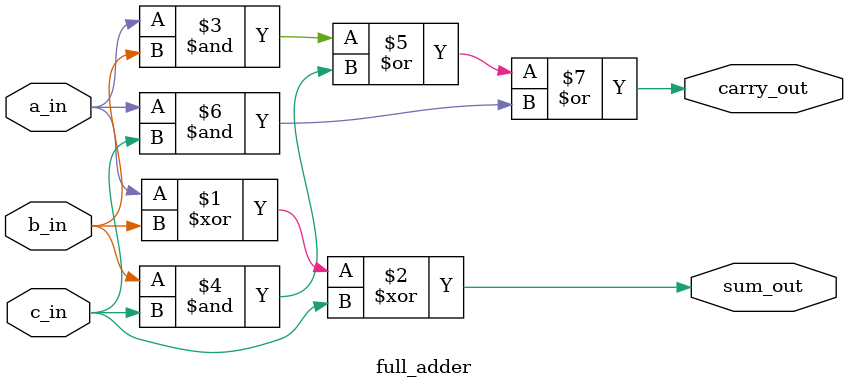
<source format=v>
module ripple_carry_adder_4bit (
    input  [3:0] a,
    input  [3:0] b,
    input        cin,
    output [3:0] sum,
    output       cout
);

    wire c1, c2, c3;

    full_adder FA0 (.a_in(a), .b_in(b), .c_in(cin),  .sum_out(sum), .carry_out(c1));
    full_adder FA1 (.a_in(a[1]), .b_in(b[1]), .c_in(c1),   .sum_out(sum[1]), .carry_out(c2));
    full_adder FA2 (.a_in(a[2]), .b_in(b[2]), .c_in(c2),   .sum_out(sum[2]), .carry_out(c3));
    full_adder FA3 (.a_in(a), .b_in(b), .c_in(c3),   .sum_out(sum), .carry_out(cout));

endmodule

// 1-bit full adder module (reuse from previous assignment)
module full_adder (
    input  a_in,
    input  b_in,
    input  c_in,
    output sum_out,
    output carry_out
);
    assign sum_out   = a_in ^ b_in ^ c_in;
    assign carry_out = (a_in & b_in) | (b_in & c_in) | (a_in & c_in);
endmodule


</source>
